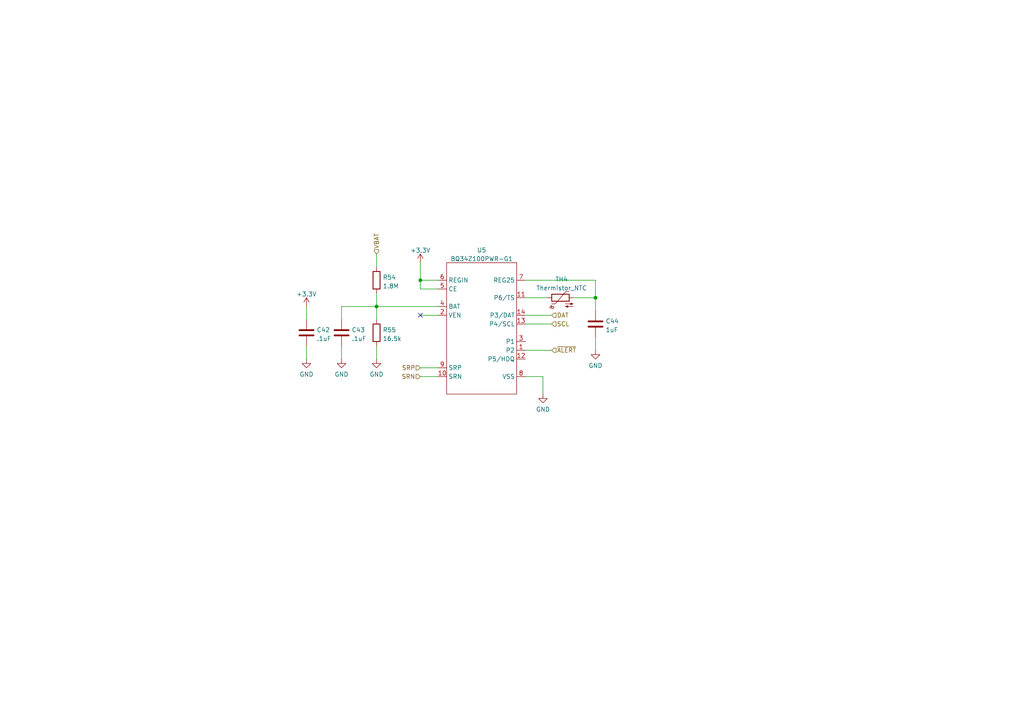
<source format=kicad_sch>
(kicad_sch (version 20211123) (generator eeschema)
  (paper "A4")
  (lib_symbols
    (symbol "BQ34Z100:BQ34Z100PWR-G1"
      (property "Reference" "U" (at 0 22.86 0))
      (property "Value" "BQ34Z100PWR-G1" (at 0 20.32 0))
      (symbol "BQ34Z100PWR-G1_0_1"
        (rectangle (start -10.16 17.78) (end 10.16 -20.32) (stroke (width 0.1524)))
      )
      (symbol "BQ34Z100PWR-G1_1_1"
        (pin output line (at 12.7 -7.62 180) (length 2.54) (name "P2") (number "1"))
        (pin input line (at -12.7 -15.24 0) (length 2.54) (name "SRN") (number "10"))
        (pin input line (at 12.7 7.62 180) (length 2.54) (name "P6/TS") (number "11"))
        (pin input line (at 12.7 -10.16 180) (length 2.54) (name "P5/HDQ") (number "12"))
        (pin input line (at 12.7 0 180) (length 2.54) (name "P4/SCL") (number "13"))
        (pin input line (at 12.7 2.54 180) (length 2.54) (name "P3/DAT") (number "14"))
        (pin output line (at -12.7 2.54 0) (length 2.54) (name "VEN") (number "2"))
        (pin output line (at 12.7 -5.08 180) (length 2.54) (name "P1") (number "3"))
        (pin input line (at -12.7 5.08 0) (length 2.54) (name "BAT") (number "4"))
        (pin input line (at -12.7 10.16 0) (length 2.54) (name "CE") (number "5"))
        (pin power_in line (at -12.7 12.7 0) (length 2.54) (name "REGIN") (number "6"))
        (pin power_out line (at 12.7 12.7 180) (length 2.54) (name "REG25") (number "7"))
        (pin input line (at 12.7 -15.24 180) (length 2.54) (name "VSS") (number "8"))
        (pin input line (at -12.7 -12.7 0) (length 2.54) (name "SRP") (number "9"))
      )
    )
    (symbol "Device:C" (pin_numbers hide) (pin_names (offset 0.254))
      (property "Reference" "C" (at 0.635 2.54 0))
      (property "Value" "C" (at 0.635 -2.54 0))
      (symbol "C_0_1"
        (polyline (pts (xy -2.032 -0.762) (xy 2.032 -0.762)) (stroke (width 0.508)))
        (polyline (pts (xy -2.032 0.762) (xy 2.032 0.762)) (stroke (width 0.508)))
      )
      (symbol "C_1_1"
        (pin passive line (at 0 3.81 270) (length 2.794) (name "~") (number "1"))
        (pin passive line (at 0 -3.81 90) (length 2.794) (name "~") (number "2"))
      )
    )
    (symbol "Device:R" (pin_numbers hide) (pin_names (offset 0))
      (property "Reference" "R" (at 2.032 0 90))
      (property "Value" "R" (at 0 0 90))
      (symbol "R_0_1"
        (rectangle (start -1.016 -2.54) (end 1.016 2.54) (stroke (width 0.254)))
      )
      (symbol "R_1_1"
        (pin passive line (at 0 3.81 270) (length 1.27) (name "~") (number "1"))
        (pin passive line (at 0 -3.81 90) (length 1.27) (name "~") (number "2"))
      )
    )
    (symbol "Device:Thermistor_NTC" (pin_numbers hide) (pin_names (offset 0))
      (property "Reference" "TH" (at -4.445 0 90))
      (property "Value" "Thermistor_NTC" (at 3.175 0 90))
      (symbol "Thermistor_NTC_0_1"
        (arc (start -3.048 2.159) (mid -3.0495 2.3143) (end -3.175 2.413))
        (arc (start -3.048 2.159) (mid -2.9736 1.9794) (end -2.794 1.905))
        (arc (start -3.048 2.794) (mid -2.9736 2.6144) (end -2.794 2.54))
        (arc (start -2.794 1.905) (mid -2.6144 1.9794) (end -2.54 2.159))
        (arc (start -2.794 2.54) (mid -2.4393 2.5587) (end -2.159 2.794))
        (arc (start -2.794 3.048) (mid -2.9736 2.9736) (end -3.048 2.794))
        (arc (start -2.54 2.794) (mid -2.6144 2.9736) (end -2.794 3.048))
        (rectangle (start -1.016 2.54) (end 1.016 -2.54) (stroke (width 0.254)))
        (polyline (pts (xy -2.54 2.159) (xy -2.54 2.794)))
        (polyline (pts (xy -1.778 2.54) (xy -1.778 1.524) (xy 1.778 -1.524) (xy 1.778 -2.54)))
        (polyline (pts (xy -2.54 -3.683) (xy -2.54 -1.397) (xy -2.794 -2.159) (xy -2.286 -2.159) (xy -2.54 -1.397) (xy -2.54 -1.651)) (fill (type outline)))
        (polyline (pts (xy -1.778 -1.397) (xy -1.778 -3.683) (xy -2.032 -2.921) (xy -1.524 -2.921) (xy -1.778 -3.683) (xy -1.778 -3.429)) (fill (type outline)))
      )
      (symbol "Thermistor_NTC_1_1"
        (pin passive line (at 0 3.81 270) (length 1.27) (name "~") (number "1"))
        (pin passive line (at 0 -3.81 90) (length 1.27) (name "~") (number "2"))
      )
    )
    (symbol "power:+3.3V" (power) (pin_names (offset 0))
      (property "Value" "+3.3V" (at 0 3.556 0))
      (symbol "+3.3V_0_1"
        (polyline (pts (xy -0.762 1.27) (xy 0 2.54)))
        (polyline (pts (xy 0 0) (xy 0 2.54)))
        (polyline (pts (xy 0 2.54) (xy 0.762 1.27)))
      )
      (symbol "+3.3V_1_1"
        (pin power_in line (at 0 0 90) (length 0) hide (name "+3.3V") (number "1"))
      )
    )
    (symbol "power:GND" (power) (pin_names (offset 0))
      (property "Value" "GND" (at 0 -3.81 0))
      (symbol "GND_0_1"
        (polyline (pts (xy 0 0) (xy 0 -1.27) (xy 1.27 -1.27) (xy 0 -2.54) (xy -1.27 -1.27) (xy 0 -1.27)))
      )
      (symbol "GND_1_1"
        (pin power_in line (at 0 0 270) (length 0) hide (name "GND") (number "1"))
      )
    )
  )
  (junction (at 121.92 81.28))
  (junction (at 172.72 86.36))
  (junction (at 109.22 88.9))
  (no_connect (at 121.92 91.44))
  (wire (pts (xy 88.9 88.9) (xy 88.9 92.71)))
  (wire (pts (xy 152.4 101.6) (xy 160.02 101.6)))
  (wire (pts (xy 88.9 100.33) (xy 88.9 104.14)))
  (wire (pts (xy 99.06 88.9) (xy 99.06 92.71)))
  (wire (pts (xy 99.06 88.9) (xy 109.22 88.9)))
  (wire (pts (xy 99.06 100.33) (xy 99.06 104.14)))
  (wire (pts (xy 172.72 86.36) (xy 166.37 86.36)))
  (wire (pts (xy 127 83.82) (xy 121.92 83.82)))
  (wire (pts (xy 172.72 81.28) (xy 172.72 86.36)))
  (wire (pts (xy 121.92 109.22) (xy 127 109.22)))
  (wire (pts (xy 152.4 81.28) (xy 172.72 81.28)))
  (wire (pts (xy 109.22 88.9) (xy 109.22 85.09)))
  (wire (pts (xy 172.72 97.79) (xy 172.72 101.6)))
  (wire (pts (xy 152.4 91.44) (xy 160.02 91.44)))
  (wire (pts (xy 109.22 100.33) (xy 109.22 104.14)))
  (wire (pts (xy 121.92 106.68) (xy 127 106.68)))
  (wire (pts (xy 158.75 86.36) (xy 152.4 86.36)))
  (wire (pts (xy 121.92 81.28) (xy 127 81.28)))
  (wire (pts (xy 157.48 109.22) (xy 157.48 114.3)))
  (wire (pts (xy 121.92 83.82) (xy 121.92 81.28)))
  (wire (pts (xy 152.4 93.98) (xy 160.02 93.98)))
  (wire (pts (xy 127 88.9) (xy 109.22 88.9)))
  (wire (pts (xy 109.22 73.66) (xy 109.22 77.47)))
  (wire (pts (xy 152.4 109.22) (xy 157.48 109.22)))
  (wire (pts (xy 109.22 88.9) (xy 109.22 92.71)))
  (wire (pts (xy 121.92 91.44) (xy 127 91.44)))
  (wire (pts (xy 172.72 86.36) (xy 172.72 90.17)))
  (wire (pts (xy 121.92 76.2) (xy 121.92 81.28)))
  (hierarchical_label "SCL" (shape input) (at 160.02 93.98 0))
  (hierarchical_label "DAT" (shape input) (at 160.02 91.44 0))
  (hierarchical_label "VBAT" (shape input) (at 109.22 73.66 90))
  (hierarchical_label "~{ALERT}" (shape input) (at 160.02 101.6 0))
  (hierarchical_label "SRN" (shape input) (at 121.92 109.22 180))
  (hierarchical_label "SRP" (shape input) (at 121.92 106.68 180))
  (symbol (lib_id "Device:R") (at 109.22 96.52 0) (unit 1)
    (property "Reference" "R55" (at 110.998 95.6853 0) (effects (justify left)))
    (property "Value" "16.5k" (at 110.998 98.2222 0) (effects (justify left)))
    (property "Footprint" "Resistor_SMD:R_0603_1608Metric" (effects hide))
  )
  (symbol (lib_id "power:GND") (at 99.06 104.14 0) (unit 1)
    (property "Reference" "#PWR027" (effects hide))
    (property "Value" "GND" (at 99.06 108.5834 0))
  )
  (symbol (lib_id "Device:C") (at 99.06 96.52 0) (unit 1)
    (property "Reference" "C43" (at 101.981 95.6853 0) (effects (justify left)))
    (property "Value" ".1uF" (at 101.981 98.2222 0) (effects (justify left)))
    (property "Footprint" "Capacitor_SMD:C_0603_1608Metric" (effects hide))
  )
  (symbol (lib_id "power:GND") (at 172.72 101.6 0) (unit 1)
    (property "Reference" "#PWR031" (effects hide))
    (property "Value" "GND" (at 172.72 106.0434 0))
  )
  (symbol (lib_id "Device:C") (at 88.9 96.52 0) (unit 1)
    (property "Reference" "C42" (at 91.821 95.6853 0) (effects (justify left)))
    (property "Value" ".1uF" (at 91.821 98.2222 0) (effects (justify left)))
    (property "Footprint" "Capacitor_SMD:C_0603_1608Metric" (effects hide))
  )
  (symbol (lib_id "power:GND") (at 88.9 104.14 0) (unit 1)
    (property "Reference" "#PWR026" (effects hide))
    (property "Value" "GND" (at 88.9 108.5834 0))
  )
  (symbol (lib_id "power:GND") (at 109.22 104.14 0) (unit 1)
    (property "Reference" "#PWR028" (effects hide))
    (property "Value" "GND" (at 109.22 108.5834 0))
  )
  (symbol (lib_id "power:GND") (at 157.48 114.3 0) (unit 1)
    (property "Reference" "#PWR030" (effects hide))
    (property "Value" "GND" (at 157.48 118.7434 0))
  )
  (symbol (lib_id "Device:C") (at 172.72 93.98 0) (unit 1)
    (property "Reference" "C44" (at 175.641 93.1453 0) (effects (justify left)))
    (property "Value" "1uF" (at 175.641 95.6822 0) (effects (justify left)))
    (property "Footprint" "Capacitor_SMD:C_0603_1608Metric" (effects hide))
  )
  (symbol (lib_id "BQ34Z100:BQ34Z100PWR-G1") (at 139.7 93.98 0) (unit 1)
    (property "Reference" "U5" (at 139.7 72.551 0))
    (property "Value" "BQ34Z100PWR-G1" (at 139.7 75.0879 0))
    (property "Footprint" "Package_SO:TSSOP-14_4.4x5mm_P0.65mm" (effects hide))
  )
  (symbol (lib_id "power:+3.3V") (at 121.92 76.2 0) (unit 1)
    (property "Reference" "#PWR029" (effects hide))
    (property "Value" "+3.3V" (at 121.92 72.6242 0))
  )
  (symbol (lib_id "Device:R") (at 109.22 81.28 0) (unit 1)
    (property "Reference" "R54" (at 110.998 80.4453 0) (effects (justify left)))
    (property "Value" "1.8M" (at 110.998 82.9822 0) (effects (justify left)))
    (property "Footprint" "Resistor_SMD:R_0603_1608Metric" (effects hide))
  )
  (symbol (lib_id "Device:Thermistor_NTC") (at 162.56 86.36 90) (unit 1)
    (property "Reference" "TH4" (at 162.8775 81.0092 90))
    (property "Value" "Thermistor_NTC" (at 162.8775 83.5461 90))
  )
  (symbol (lib_id "power:+3.3V") (at 88.9 88.9 0) (unit 1)
    (property "Reference" "#PWR025" (effects hide))
    (property "Value" "+3.3V" (at 88.9 85.3242 0))
  )
)
</source>
